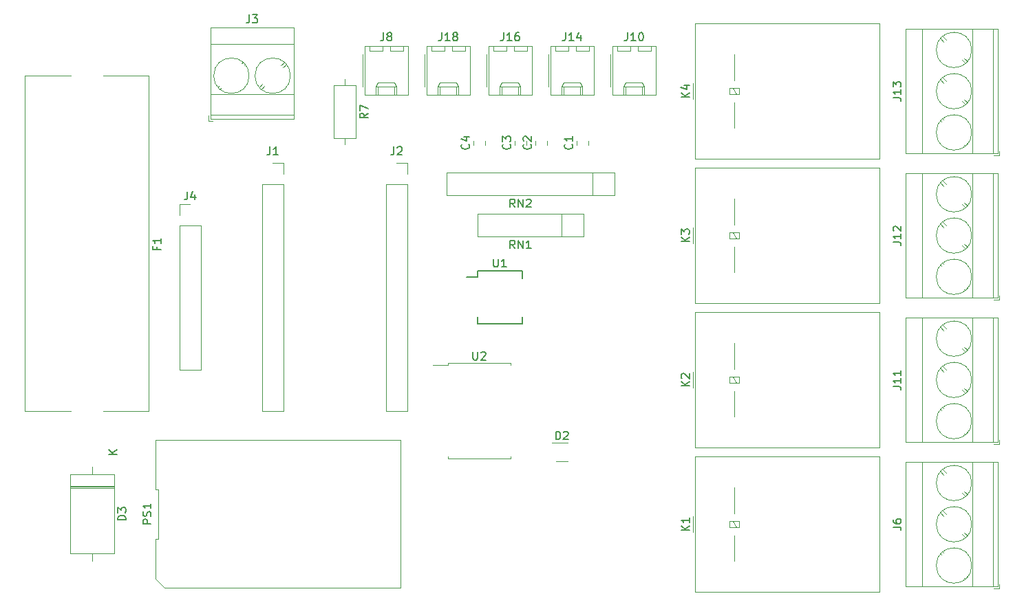
<source format=gbr>
%TF.GenerationSoftware,KiCad,Pcbnew,5.1.4+dfsg1-1*%
%TF.CreationDate,2019-12-07T14:51:34+10:00*%
%TF.ProjectId,ActuatorsExpanded,41637475-6174-46f7-9273-457870616e64,1*%
%TF.SameCoordinates,Original*%
%TF.FileFunction,Legend,Top*%
%TF.FilePolarity,Positive*%
%FSLAX46Y46*%
G04 Gerber Fmt 4.6, Leading zero omitted, Abs format (unit mm)*
G04 Created by KiCad (PCBNEW 5.1.4+dfsg1-1) date 2019-12-07 14:51:34*
%MOMM*%
%LPD*%
G04 APERTURE LIST*
%ADD10C,0.120000*%
%ADD11C,0.150000*%
G04 APERTURE END LIST*
D10*
X200545000Y-71420000D02*
X200545000Y-70920000D01*
X199805000Y-71420000D02*
X200545000Y-71420000D01*
X195937000Y-59678000D02*
X196333000Y-60073000D01*
X193291000Y-57032000D02*
X193671000Y-57412000D01*
X196219000Y-59427000D02*
X196599000Y-59807000D01*
X193557000Y-56766000D02*
X193953000Y-57161000D01*
X195937000Y-64758000D02*
X196333000Y-65153000D01*
X193291000Y-62112000D02*
X193671000Y-62492000D01*
X196219000Y-64507000D02*
X196599000Y-64887000D01*
X193557000Y-61846000D02*
X193953000Y-62241000D01*
X196226000Y-70128000D02*
X196333000Y-70234000D01*
X193291000Y-67192000D02*
X193398000Y-67299000D01*
X196492000Y-69862000D02*
X196599000Y-69968000D01*
X193557000Y-66926000D02*
X193664000Y-67033000D01*
X188985000Y-55820000D02*
X200305000Y-55820000D01*
X188985000Y-71180000D02*
X200305000Y-71180000D01*
X200305000Y-71180000D02*
X200305000Y-55820000D01*
X188985000Y-71180000D02*
X188985000Y-55820000D01*
X191045000Y-71180000D02*
X191045000Y-55820000D01*
X197245000Y-71180000D02*
X197245000Y-55820000D01*
X199745000Y-71180000D02*
X199745000Y-55820000D01*
X197125000Y-58420000D02*
G75*
G03X197125000Y-58420000I-2180000J0D01*
G01*
X197125000Y-63500000D02*
G75*
G03X197125000Y-63500000I-2180000J0D01*
G01*
X197125000Y-68580000D02*
G75*
G03X197125000Y-68580000I-2180000J0D01*
G01*
X126365000Y-72330000D02*
X127695000Y-72330000D01*
X127695000Y-72330000D02*
X127695000Y-73660000D01*
X127695000Y-74930000D02*
X127695000Y-102930000D01*
X125035000Y-102930000D02*
X127695000Y-102930000D01*
X125035000Y-74930000D02*
X125035000Y-102930000D01*
X125035000Y-74930000D02*
X127695000Y-74930000D01*
X200545000Y-124760000D02*
X200545000Y-124260000D01*
X199805000Y-124760000D02*
X200545000Y-124760000D01*
X195937000Y-113018000D02*
X196333000Y-113413000D01*
X193291000Y-110372000D02*
X193671000Y-110752000D01*
X196219000Y-112767000D02*
X196599000Y-113147000D01*
X193557000Y-110106000D02*
X193953000Y-110501000D01*
X195937000Y-118098000D02*
X196333000Y-118493000D01*
X193291000Y-115452000D02*
X193671000Y-115832000D01*
X196219000Y-117847000D02*
X196599000Y-118227000D01*
X193557000Y-115186000D02*
X193953000Y-115581000D01*
X196226000Y-123468000D02*
X196333000Y-123574000D01*
X193291000Y-120532000D02*
X193398000Y-120639000D01*
X196492000Y-123202000D02*
X196599000Y-123308000D01*
X193557000Y-120266000D02*
X193664000Y-120373000D01*
X188985000Y-109160000D02*
X200305000Y-109160000D01*
X188985000Y-124520000D02*
X200305000Y-124520000D01*
X200305000Y-124520000D02*
X200305000Y-109160000D01*
X188985000Y-124520000D02*
X188985000Y-109160000D01*
X191045000Y-124520000D02*
X191045000Y-109160000D01*
X197245000Y-124520000D02*
X197245000Y-109160000D01*
X199745000Y-124520000D02*
X199745000Y-109160000D01*
X197125000Y-111760000D02*
G75*
G03X197125000Y-111760000I-2180000J0D01*
G01*
X197125000Y-116840000D02*
G75*
G03X197125000Y-116840000I-2180000J0D01*
G01*
X197125000Y-121920000D02*
G75*
G03X197125000Y-121920000I-2180000J0D01*
G01*
X167935000Y-79930000D02*
X167935000Y-76780000D01*
X167935000Y-85780000D02*
X167935000Y-82630000D01*
X162825000Y-82280000D02*
X162825000Y-80280000D01*
X168535000Y-81630000D02*
X168535000Y-80930000D01*
X167335000Y-81630000D02*
X168535000Y-81630000D01*
X167335000Y-80930000D02*
X167335000Y-81630000D01*
X168535000Y-80930000D02*
X167335000Y-80930000D01*
X168135000Y-81630000D02*
X167735000Y-80930000D01*
X185785000Y-89630000D02*
X185785000Y-72930000D01*
X163085000Y-89630000D02*
X185785000Y-89630000D01*
X163085000Y-72930000D02*
X163085000Y-89630000D01*
X185785000Y-72930000D02*
X163085000Y-72930000D01*
X167935000Y-97710000D02*
X167935000Y-94560000D01*
X167935000Y-103560000D02*
X167935000Y-100410000D01*
X162825000Y-100060000D02*
X162825000Y-98060000D01*
X168535000Y-99410000D02*
X168535000Y-98710000D01*
X167335000Y-99410000D02*
X168535000Y-99410000D01*
X167335000Y-98710000D02*
X167335000Y-99410000D01*
X168535000Y-98710000D02*
X167335000Y-98710000D01*
X168135000Y-99410000D02*
X167735000Y-98710000D01*
X185785000Y-107410000D02*
X185785000Y-90710000D01*
X163085000Y-107410000D02*
X185785000Y-107410000D01*
X163085000Y-90710000D02*
X163085000Y-107410000D01*
X185785000Y-90710000D02*
X163085000Y-90710000D01*
X132665000Y-97230000D02*
X130850000Y-97230000D01*
X132665000Y-96985000D02*
X132665000Y-97230000D01*
X136525000Y-96985000D02*
X132665000Y-96985000D01*
X140385000Y-96985000D02*
X140385000Y-97230000D01*
X136525000Y-96985000D02*
X140385000Y-96985000D01*
X132665000Y-108755000D02*
X132665000Y-108510000D01*
X136525000Y-108755000D02*
X132665000Y-108755000D01*
X140385000Y-108755000D02*
X140385000Y-108510000D01*
X136525000Y-108755000D02*
X140385000Y-108755000D01*
D11*
X136290000Y-86425000D02*
X135015000Y-86425000D01*
X136290000Y-92175000D02*
X141840000Y-92175000D01*
X136290000Y-85625000D02*
X141840000Y-85625000D01*
X136290000Y-92175000D02*
X136290000Y-91275000D01*
X141840000Y-92175000D02*
X141840000Y-91275000D01*
X141840000Y-85625000D02*
X141840000Y-86525000D01*
X136290000Y-85625000D02*
X136290000Y-86425000D01*
D10*
X150495000Y-76330000D02*
X150495000Y-73530000D01*
X132545000Y-76330000D02*
X153205000Y-76330000D01*
X132545000Y-73530000D02*
X132545000Y-76330000D01*
X153205000Y-73530000D02*
X132545000Y-73530000D01*
X153205000Y-76330000D02*
X153205000Y-73530000D01*
X146685000Y-81410000D02*
X146685000Y-78610000D01*
X136355000Y-81410000D02*
X149395000Y-81410000D01*
X136355000Y-78610000D02*
X136355000Y-81410000D01*
X149395000Y-78610000D02*
X136355000Y-78610000D01*
X149395000Y-81410000D02*
X149395000Y-78610000D01*
X120015000Y-70080000D02*
X120015000Y-69310000D01*
X120015000Y-62000000D02*
X120015000Y-62770000D01*
X121385000Y-69310000D02*
X121385000Y-62770000D01*
X118645000Y-69310000D02*
X121385000Y-69310000D01*
X118645000Y-62770000D02*
X118645000Y-69310000D01*
X121385000Y-62770000D02*
X118645000Y-62770000D01*
X126830000Y-124690000D02*
X126830000Y-106450000D01*
X126830000Y-106450000D02*
X96690000Y-106450000D01*
X96690000Y-106450000D02*
X96690000Y-112530000D01*
X96690000Y-112530000D02*
X97050000Y-112530000D01*
X97050000Y-112530000D02*
X97050000Y-118609999D01*
X97050000Y-118609999D02*
X96690000Y-118609999D01*
X97790000Y-124690000D02*
X126830000Y-124690000D01*
X96690000Y-118609999D02*
X96690000Y-123571000D01*
X96690000Y-123571000D02*
X97790000Y-124690000D01*
X167935000Y-62150000D02*
X167935000Y-59000000D01*
X167935000Y-68000000D02*
X167935000Y-64850000D01*
X162825000Y-64500000D02*
X162825000Y-62500000D01*
X168535000Y-63850000D02*
X168535000Y-63150000D01*
X167335000Y-63850000D02*
X168535000Y-63850000D01*
X167335000Y-63150000D02*
X167335000Y-63850000D01*
X168535000Y-63150000D02*
X167335000Y-63150000D01*
X168135000Y-63850000D02*
X167735000Y-63150000D01*
X185785000Y-71850000D02*
X185785000Y-55150000D01*
X163085000Y-71850000D02*
X185785000Y-71850000D01*
X163085000Y-55150000D02*
X163085000Y-71850000D01*
X185785000Y-55150000D02*
X163085000Y-55150000D01*
X167935000Y-115490000D02*
X167935000Y-112340000D01*
X167935000Y-121340000D02*
X167935000Y-118190000D01*
X162825000Y-117840000D02*
X162825000Y-115840000D01*
X168535000Y-117190000D02*
X168535000Y-116490000D01*
X167335000Y-117190000D02*
X168535000Y-117190000D01*
X167335000Y-116490000D02*
X167335000Y-117190000D01*
X168535000Y-116490000D02*
X167335000Y-116490000D01*
X168135000Y-117190000D02*
X167735000Y-116490000D01*
X185785000Y-125190000D02*
X185785000Y-108490000D01*
X163085000Y-125190000D02*
X185785000Y-125190000D01*
X163085000Y-108490000D02*
X163085000Y-125190000D01*
X185785000Y-108490000D02*
X163085000Y-108490000D01*
X134785000Y-58530000D02*
X134785000Y-57930000D01*
X133185000Y-58530000D02*
X134785000Y-58530000D01*
X133185000Y-57930000D02*
X133185000Y-58530000D01*
X132245000Y-58530000D02*
X132245000Y-57930000D01*
X130645000Y-58530000D02*
X132245000Y-58530000D01*
X130645000Y-57930000D02*
X130645000Y-58530000D01*
X133735000Y-63950000D02*
X133735000Y-62950000D01*
X131695000Y-63950000D02*
X131695000Y-62950000D01*
X133735000Y-62420000D02*
X133985000Y-62950000D01*
X131695000Y-62420000D02*
X133735000Y-62420000D01*
X131445000Y-62950000D02*
X131695000Y-62420000D01*
X133985000Y-62950000D02*
X133985000Y-63950000D01*
X131445000Y-62950000D02*
X133985000Y-62950000D01*
X131445000Y-63950000D02*
X131445000Y-62950000D01*
X129775000Y-58960000D02*
X129775000Y-62960000D01*
X135365000Y-57930000D02*
X130065000Y-57930000D01*
X135365000Y-63950000D02*
X135365000Y-57930000D01*
X130065000Y-63950000D02*
X135365000Y-63950000D01*
X130065000Y-57930000D02*
X130065000Y-63950000D01*
X142405000Y-58530000D02*
X142405000Y-57930000D01*
X140805000Y-58530000D02*
X142405000Y-58530000D01*
X140805000Y-57930000D02*
X140805000Y-58530000D01*
X139865000Y-58530000D02*
X139865000Y-57930000D01*
X138265000Y-58530000D02*
X139865000Y-58530000D01*
X138265000Y-57930000D02*
X138265000Y-58530000D01*
X141355000Y-63950000D02*
X141355000Y-62950000D01*
X139315000Y-63950000D02*
X139315000Y-62950000D01*
X141355000Y-62420000D02*
X141605000Y-62950000D01*
X139315000Y-62420000D02*
X141355000Y-62420000D01*
X139065000Y-62950000D02*
X139315000Y-62420000D01*
X141605000Y-62950000D02*
X141605000Y-63950000D01*
X139065000Y-62950000D02*
X141605000Y-62950000D01*
X139065000Y-63950000D02*
X139065000Y-62950000D01*
X137395000Y-58960000D02*
X137395000Y-62960000D01*
X142985000Y-57930000D02*
X137685000Y-57930000D01*
X142985000Y-63950000D02*
X142985000Y-57930000D01*
X137685000Y-63950000D02*
X142985000Y-63950000D01*
X137685000Y-57930000D02*
X137685000Y-63950000D01*
X150025000Y-58530000D02*
X150025000Y-57930000D01*
X148425000Y-58530000D02*
X150025000Y-58530000D01*
X148425000Y-57930000D02*
X148425000Y-58530000D01*
X147485000Y-58530000D02*
X147485000Y-57930000D01*
X145885000Y-58530000D02*
X147485000Y-58530000D01*
X145885000Y-57930000D02*
X145885000Y-58530000D01*
X148975000Y-63950000D02*
X148975000Y-62950000D01*
X146935000Y-63950000D02*
X146935000Y-62950000D01*
X148975000Y-62420000D02*
X149225000Y-62950000D01*
X146935000Y-62420000D02*
X148975000Y-62420000D01*
X146685000Y-62950000D02*
X146935000Y-62420000D01*
X149225000Y-62950000D02*
X149225000Y-63950000D01*
X146685000Y-62950000D02*
X149225000Y-62950000D01*
X146685000Y-63950000D02*
X146685000Y-62950000D01*
X145015000Y-58960000D02*
X145015000Y-62960000D01*
X150605000Y-57930000D02*
X145305000Y-57930000D01*
X150605000Y-63950000D02*
X150605000Y-57930000D01*
X145305000Y-63950000D02*
X150605000Y-63950000D01*
X145305000Y-57930000D02*
X145305000Y-63950000D01*
X200545000Y-89200000D02*
X200545000Y-88700000D01*
X199805000Y-89200000D02*
X200545000Y-89200000D01*
X195937000Y-77458000D02*
X196333000Y-77853000D01*
X193291000Y-74812000D02*
X193671000Y-75192000D01*
X196219000Y-77207000D02*
X196599000Y-77587000D01*
X193557000Y-74546000D02*
X193953000Y-74941000D01*
X195937000Y-82538000D02*
X196333000Y-82933000D01*
X193291000Y-79892000D02*
X193671000Y-80272000D01*
X196219000Y-82287000D02*
X196599000Y-82667000D01*
X193557000Y-79626000D02*
X193953000Y-80021000D01*
X196226000Y-87908000D02*
X196333000Y-88014000D01*
X193291000Y-84972000D02*
X193398000Y-85079000D01*
X196492000Y-87642000D02*
X196599000Y-87748000D01*
X193557000Y-84706000D02*
X193664000Y-84813000D01*
X188985000Y-73600000D02*
X200305000Y-73600000D01*
X188985000Y-88960000D02*
X200305000Y-88960000D01*
X200305000Y-88960000D02*
X200305000Y-73600000D01*
X188985000Y-88960000D02*
X188985000Y-73600000D01*
X191045000Y-88960000D02*
X191045000Y-73600000D01*
X197245000Y-88960000D02*
X197245000Y-73600000D01*
X199745000Y-88960000D02*
X199745000Y-73600000D01*
X197125000Y-76200000D02*
G75*
G03X197125000Y-76200000I-2180000J0D01*
G01*
X197125000Y-81280000D02*
G75*
G03X197125000Y-81280000I-2180000J0D01*
G01*
X197125000Y-86360000D02*
G75*
G03X197125000Y-86360000I-2180000J0D01*
G01*
X200545000Y-106980000D02*
X200545000Y-106480000D01*
X199805000Y-106980000D02*
X200545000Y-106980000D01*
X195937000Y-95238000D02*
X196333000Y-95633000D01*
X193291000Y-92592000D02*
X193671000Y-92972000D01*
X196219000Y-94987000D02*
X196599000Y-95367000D01*
X193557000Y-92326000D02*
X193953000Y-92721000D01*
X195937000Y-100318000D02*
X196333000Y-100713000D01*
X193291000Y-97672000D02*
X193671000Y-98052000D01*
X196219000Y-100067000D02*
X196599000Y-100447000D01*
X193557000Y-97406000D02*
X193953000Y-97801000D01*
X196226000Y-105688000D02*
X196333000Y-105794000D01*
X193291000Y-102752000D02*
X193398000Y-102859000D01*
X196492000Y-105422000D02*
X196599000Y-105528000D01*
X193557000Y-102486000D02*
X193664000Y-102593000D01*
X188985000Y-91380000D02*
X200305000Y-91380000D01*
X188985000Y-106740000D02*
X200305000Y-106740000D01*
X200305000Y-106740000D02*
X200305000Y-91380000D01*
X188985000Y-106740000D02*
X188985000Y-91380000D01*
X191045000Y-106740000D02*
X191045000Y-91380000D01*
X197245000Y-106740000D02*
X197245000Y-91380000D01*
X199745000Y-106740000D02*
X199745000Y-91380000D01*
X197125000Y-93980000D02*
G75*
G03X197125000Y-93980000I-2180000J0D01*
G01*
X197125000Y-99060000D02*
G75*
G03X197125000Y-99060000I-2180000J0D01*
G01*
X197125000Y-104140000D02*
G75*
G03X197125000Y-104140000I-2180000J0D01*
G01*
X157645000Y-58530000D02*
X157645000Y-57930000D01*
X156045000Y-58530000D02*
X157645000Y-58530000D01*
X156045000Y-57930000D02*
X156045000Y-58530000D01*
X155105000Y-58530000D02*
X155105000Y-57930000D01*
X153505000Y-58530000D02*
X155105000Y-58530000D01*
X153505000Y-57930000D02*
X153505000Y-58530000D01*
X156595000Y-63950000D02*
X156595000Y-62950000D01*
X154555000Y-63950000D02*
X154555000Y-62950000D01*
X156595000Y-62420000D02*
X156845000Y-62950000D01*
X154555000Y-62420000D02*
X156595000Y-62420000D01*
X154305000Y-62950000D02*
X154555000Y-62420000D01*
X156845000Y-62950000D02*
X156845000Y-63950000D01*
X154305000Y-62950000D02*
X156845000Y-62950000D01*
X154305000Y-63950000D02*
X154305000Y-62950000D01*
X152635000Y-58960000D02*
X152635000Y-62960000D01*
X158225000Y-57930000D02*
X152925000Y-57930000D01*
X158225000Y-63950000D02*
X158225000Y-57930000D01*
X152925000Y-63950000D02*
X158225000Y-63950000D01*
X152925000Y-57930000D02*
X152925000Y-63950000D01*
X127165000Y-58530000D02*
X127165000Y-57930000D01*
X125565000Y-58530000D02*
X127165000Y-58530000D01*
X125565000Y-57930000D02*
X125565000Y-58530000D01*
X124625000Y-58530000D02*
X124625000Y-57930000D01*
X123025000Y-58530000D02*
X124625000Y-58530000D01*
X123025000Y-57930000D02*
X123025000Y-58530000D01*
X126115000Y-63950000D02*
X126115000Y-62950000D01*
X124075000Y-63950000D02*
X124075000Y-62950000D01*
X126115000Y-62420000D02*
X126365000Y-62950000D01*
X124075000Y-62420000D02*
X126115000Y-62420000D01*
X123825000Y-62950000D02*
X124075000Y-62420000D01*
X126365000Y-62950000D02*
X126365000Y-63950000D01*
X123825000Y-62950000D02*
X126365000Y-62950000D01*
X123825000Y-63950000D02*
X123825000Y-62950000D01*
X122155000Y-58960000D02*
X122155000Y-62960000D01*
X127745000Y-57930000D02*
X122445000Y-57930000D01*
X127745000Y-63950000D02*
X127745000Y-57930000D01*
X122445000Y-63950000D02*
X127745000Y-63950000D01*
X122445000Y-57930000D02*
X122445000Y-63950000D01*
X99635000Y-77410000D02*
X100965000Y-77410000D01*
X99635000Y-78740000D02*
X99635000Y-77410000D01*
X99635000Y-80010000D02*
X102295000Y-80010000D01*
X102295000Y-80010000D02*
X102295000Y-97850000D01*
X99635000Y-80010000D02*
X99635000Y-97850000D01*
X99635000Y-97850000D02*
X102295000Y-97850000D01*
X103205000Y-67195000D02*
X103705000Y-67195000D01*
X103205000Y-66455000D02*
X103205000Y-67195000D01*
X109867000Y-62587000D02*
X109472000Y-62983000D01*
X112513000Y-59941000D02*
X112133000Y-60321000D01*
X110118000Y-62869000D02*
X109738000Y-63249000D01*
X112779000Y-60207000D02*
X112384000Y-60603000D01*
X104497000Y-62876000D02*
X104391000Y-62983000D01*
X107433000Y-59941000D02*
X107326000Y-60048000D01*
X104763000Y-63142000D02*
X104657000Y-63249000D01*
X107699000Y-60207000D02*
X107592000Y-60314000D01*
X113725000Y-55635000D02*
X113725000Y-66955000D01*
X103445000Y-55635000D02*
X103445000Y-66955000D01*
X103445000Y-66955000D02*
X113725000Y-66955000D01*
X103445000Y-55635000D02*
X113725000Y-55635000D01*
X103445000Y-57695000D02*
X113725000Y-57695000D01*
X103445000Y-63895000D02*
X113725000Y-63895000D01*
X103445000Y-66395000D02*
X113725000Y-66395000D01*
X113305000Y-61595000D02*
G75*
G03X113305000Y-61595000I-2180000J0D01*
G01*
X108225000Y-61595000D02*
G75*
G03X108225000Y-61595000I-2180000J0D01*
G01*
X111125000Y-72330000D02*
X112455000Y-72330000D01*
X112455000Y-72330000D02*
X112455000Y-73660000D01*
X112455000Y-74930000D02*
X112455000Y-102930000D01*
X109795000Y-102930000D02*
X112455000Y-102930000D01*
X109795000Y-74930000D02*
X109795000Y-102930000D01*
X109795000Y-74930000D02*
X112455000Y-74930000D01*
X95895000Y-61620000D02*
X95895000Y-102880000D01*
X80635000Y-102880000D02*
X80635000Y-61620000D01*
X95895000Y-102880000D02*
X90265000Y-102880000D01*
X86265000Y-102880000D02*
X80635000Y-102880000D01*
X95895000Y-61620000D02*
X90265000Y-61620000D01*
X86265000Y-61620000D02*
X80635000Y-61620000D01*
X91620000Y-112125000D02*
X86180000Y-112125000D01*
X91620000Y-112365000D02*
X86180000Y-112365000D01*
X91620000Y-112245000D02*
X86180000Y-112245000D01*
X88900000Y-121350000D02*
X88900000Y-120440000D01*
X88900000Y-109790000D02*
X88900000Y-110700000D01*
X91620000Y-120440000D02*
X91620000Y-110700000D01*
X86180000Y-120440000D02*
X91620000Y-120440000D01*
X86180000Y-110700000D02*
X86180000Y-120440000D01*
X91620000Y-110700000D02*
X86180000Y-110700000D01*
X145985000Y-109110000D02*
X147385000Y-109110000D01*
X147385000Y-106790000D02*
X145485000Y-106790000D01*
X137235000Y-70108578D02*
X137235000Y-69591422D01*
X135815000Y-70108578D02*
X135815000Y-69591422D01*
X142315000Y-70108578D02*
X142315000Y-69591422D01*
X140895000Y-70108578D02*
X140895000Y-69591422D01*
X144855000Y-70108578D02*
X144855000Y-69591422D01*
X143435000Y-70108578D02*
X143435000Y-69591422D01*
X149935000Y-70108578D02*
X149935000Y-69591422D01*
X148515000Y-70108578D02*
X148515000Y-69591422D01*
D11*
X187437380Y-64309523D02*
X188151666Y-64309523D01*
X188294523Y-64357142D01*
X188389761Y-64452380D01*
X188437380Y-64595238D01*
X188437380Y-64690476D01*
X188437380Y-63309523D02*
X188437380Y-63880952D01*
X188437380Y-63595238D02*
X187437380Y-63595238D01*
X187580238Y-63690476D01*
X187675476Y-63785714D01*
X187723095Y-63880952D01*
X187437380Y-62976190D02*
X187437380Y-62357142D01*
X187818333Y-62690476D01*
X187818333Y-62547619D01*
X187865952Y-62452380D01*
X187913571Y-62404761D01*
X188008809Y-62357142D01*
X188246904Y-62357142D01*
X188342142Y-62404761D01*
X188389761Y-62452380D01*
X188437380Y-62547619D01*
X188437380Y-62833333D01*
X188389761Y-62928571D01*
X188342142Y-62976190D01*
X126031666Y-70342380D02*
X126031666Y-71056666D01*
X125984047Y-71199523D01*
X125888809Y-71294761D01*
X125745952Y-71342380D01*
X125650714Y-71342380D01*
X126460238Y-70437619D02*
X126507857Y-70390000D01*
X126603095Y-70342380D01*
X126841190Y-70342380D01*
X126936428Y-70390000D01*
X126984047Y-70437619D01*
X127031666Y-70532857D01*
X127031666Y-70628095D01*
X126984047Y-70770952D01*
X126412619Y-71342380D01*
X127031666Y-71342380D01*
X187437380Y-117173333D02*
X188151666Y-117173333D01*
X188294523Y-117220952D01*
X188389761Y-117316190D01*
X188437380Y-117459047D01*
X188437380Y-117554285D01*
X187437380Y-116268571D02*
X187437380Y-116459047D01*
X187485000Y-116554285D01*
X187532619Y-116601904D01*
X187675476Y-116697142D01*
X187865952Y-116744761D01*
X188246904Y-116744761D01*
X188342142Y-116697142D01*
X188389761Y-116649523D01*
X188437380Y-116554285D01*
X188437380Y-116363809D01*
X188389761Y-116268571D01*
X188342142Y-116220952D01*
X188246904Y-116173333D01*
X188008809Y-116173333D01*
X187913571Y-116220952D01*
X187865952Y-116268571D01*
X187818333Y-116363809D01*
X187818333Y-116554285D01*
X187865952Y-116649523D01*
X187913571Y-116697142D01*
X188008809Y-116744761D01*
X162387380Y-82018095D02*
X161387380Y-82018095D01*
X162387380Y-81446666D02*
X161815952Y-81875238D01*
X161387380Y-81446666D02*
X161958809Y-82018095D01*
X161387380Y-81113333D02*
X161387380Y-80494285D01*
X161768333Y-80827619D01*
X161768333Y-80684761D01*
X161815952Y-80589523D01*
X161863571Y-80541904D01*
X161958809Y-80494285D01*
X162196904Y-80494285D01*
X162292142Y-80541904D01*
X162339761Y-80589523D01*
X162387380Y-80684761D01*
X162387380Y-80970476D01*
X162339761Y-81065714D01*
X162292142Y-81113333D01*
X162387380Y-99798095D02*
X161387380Y-99798095D01*
X162387380Y-99226666D02*
X161815952Y-99655238D01*
X161387380Y-99226666D02*
X161958809Y-99798095D01*
X161482619Y-98845714D02*
X161435000Y-98798095D01*
X161387380Y-98702857D01*
X161387380Y-98464761D01*
X161435000Y-98369523D01*
X161482619Y-98321904D01*
X161577857Y-98274285D01*
X161673095Y-98274285D01*
X161815952Y-98321904D01*
X162387380Y-98893333D01*
X162387380Y-98274285D01*
X135763095Y-95602380D02*
X135763095Y-96411904D01*
X135810714Y-96507142D01*
X135858333Y-96554761D01*
X135953571Y-96602380D01*
X136144047Y-96602380D01*
X136239285Y-96554761D01*
X136286904Y-96507142D01*
X136334523Y-96411904D01*
X136334523Y-95602380D01*
X136763095Y-95697619D02*
X136810714Y-95650000D01*
X136905952Y-95602380D01*
X137144047Y-95602380D01*
X137239285Y-95650000D01*
X137286904Y-95697619D01*
X137334523Y-95792857D01*
X137334523Y-95888095D01*
X137286904Y-96030952D01*
X136715476Y-96602380D01*
X137334523Y-96602380D01*
X138303095Y-84152380D02*
X138303095Y-84961904D01*
X138350714Y-85057142D01*
X138398333Y-85104761D01*
X138493571Y-85152380D01*
X138684047Y-85152380D01*
X138779285Y-85104761D01*
X138826904Y-85057142D01*
X138874523Y-84961904D01*
X138874523Y-84152380D01*
X139874523Y-85152380D02*
X139303095Y-85152380D01*
X139588809Y-85152380D02*
X139588809Y-84152380D01*
X139493571Y-84295238D01*
X139398333Y-84390476D01*
X139303095Y-84438095D01*
X140914523Y-77782380D02*
X140581190Y-77306190D01*
X140343095Y-77782380D02*
X140343095Y-76782380D01*
X140724047Y-76782380D01*
X140819285Y-76830000D01*
X140866904Y-76877619D01*
X140914523Y-76972857D01*
X140914523Y-77115714D01*
X140866904Y-77210952D01*
X140819285Y-77258571D01*
X140724047Y-77306190D01*
X140343095Y-77306190D01*
X141343095Y-77782380D02*
X141343095Y-76782380D01*
X141914523Y-77782380D01*
X141914523Y-76782380D01*
X142343095Y-76877619D02*
X142390714Y-76830000D01*
X142485952Y-76782380D01*
X142724047Y-76782380D01*
X142819285Y-76830000D01*
X142866904Y-76877619D01*
X142914523Y-76972857D01*
X142914523Y-77068095D01*
X142866904Y-77210952D01*
X142295476Y-77782380D01*
X142914523Y-77782380D01*
X140914523Y-82862380D02*
X140581190Y-82386190D01*
X140343095Y-82862380D02*
X140343095Y-81862380D01*
X140724047Y-81862380D01*
X140819285Y-81910000D01*
X140866904Y-81957619D01*
X140914523Y-82052857D01*
X140914523Y-82195714D01*
X140866904Y-82290952D01*
X140819285Y-82338571D01*
X140724047Y-82386190D01*
X140343095Y-82386190D01*
X141343095Y-82862380D02*
X141343095Y-81862380D01*
X141914523Y-82862380D01*
X141914523Y-81862380D01*
X142914523Y-82862380D02*
X142343095Y-82862380D01*
X142628809Y-82862380D02*
X142628809Y-81862380D01*
X142533571Y-82005238D01*
X142438333Y-82100476D01*
X142343095Y-82148095D01*
X122837380Y-66206666D02*
X122361190Y-66540000D01*
X122837380Y-66778095D02*
X121837380Y-66778095D01*
X121837380Y-66397142D01*
X121885000Y-66301904D01*
X121932619Y-66254285D01*
X122027857Y-66206666D01*
X122170714Y-66206666D01*
X122265952Y-66254285D01*
X122313571Y-66301904D01*
X122361190Y-66397142D01*
X122361190Y-66778095D01*
X121837380Y-65873333D02*
X121837380Y-65206666D01*
X122837380Y-65635238D01*
X96142380Y-116784285D02*
X95142380Y-116784285D01*
X95142380Y-116403333D01*
X95190000Y-116308095D01*
X95237619Y-116260476D01*
X95332857Y-116212857D01*
X95475714Y-116212857D01*
X95570952Y-116260476D01*
X95618571Y-116308095D01*
X95666190Y-116403333D01*
X95666190Y-116784285D01*
X96094761Y-115831904D02*
X96142380Y-115689047D01*
X96142380Y-115450952D01*
X96094761Y-115355714D01*
X96047142Y-115308095D01*
X95951904Y-115260476D01*
X95856666Y-115260476D01*
X95761428Y-115308095D01*
X95713809Y-115355714D01*
X95666190Y-115450952D01*
X95618571Y-115641428D01*
X95570952Y-115736666D01*
X95523333Y-115784285D01*
X95428095Y-115831904D01*
X95332857Y-115831904D01*
X95237619Y-115784285D01*
X95190000Y-115736666D01*
X95142380Y-115641428D01*
X95142380Y-115403333D01*
X95190000Y-115260476D01*
X96142380Y-114308095D02*
X96142380Y-114879523D01*
X96142380Y-114593809D02*
X95142380Y-114593809D01*
X95285238Y-114689047D01*
X95380476Y-114784285D01*
X95428095Y-114879523D01*
X162387380Y-64238095D02*
X161387380Y-64238095D01*
X162387380Y-63666666D02*
X161815952Y-64095238D01*
X161387380Y-63666666D02*
X161958809Y-64238095D01*
X161720714Y-62809523D02*
X162387380Y-62809523D01*
X161339761Y-63047619D02*
X162054047Y-63285714D01*
X162054047Y-62666666D01*
X162387380Y-117578095D02*
X161387380Y-117578095D01*
X162387380Y-117006666D02*
X161815952Y-117435238D01*
X161387380Y-117006666D02*
X161958809Y-117578095D01*
X162387380Y-116054285D02*
X162387380Y-116625714D01*
X162387380Y-116340000D02*
X161387380Y-116340000D01*
X161530238Y-116435238D01*
X161625476Y-116530476D01*
X161673095Y-116625714D01*
X131905476Y-56292380D02*
X131905476Y-57006666D01*
X131857857Y-57149523D01*
X131762619Y-57244761D01*
X131619761Y-57292380D01*
X131524523Y-57292380D01*
X132905476Y-57292380D02*
X132334047Y-57292380D01*
X132619761Y-57292380D02*
X132619761Y-56292380D01*
X132524523Y-56435238D01*
X132429285Y-56530476D01*
X132334047Y-56578095D01*
X133476904Y-56720952D02*
X133381666Y-56673333D01*
X133334047Y-56625714D01*
X133286428Y-56530476D01*
X133286428Y-56482857D01*
X133334047Y-56387619D01*
X133381666Y-56340000D01*
X133476904Y-56292380D01*
X133667380Y-56292380D01*
X133762619Y-56340000D01*
X133810238Y-56387619D01*
X133857857Y-56482857D01*
X133857857Y-56530476D01*
X133810238Y-56625714D01*
X133762619Y-56673333D01*
X133667380Y-56720952D01*
X133476904Y-56720952D01*
X133381666Y-56768571D01*
X133334047Y-56816190D01*
X133286428Y-56911428D01*
X133286428Y-57101904D01*
X133334047Y-57197142D01*
X133381666Y-57244761D01*
X133476904Y-57292380D01*
X133667380Y-57292380D01*
X133762619Y-57244761D01*
X133810238Y-57197142D01*
X133857857Y-57101904D01*
X133857857Y-56911428D01*
X133810238Y-56816190D01*
X133762619Y-56768571D01*
X133667380Y-56720952D01*
X139525476Y-56292380D02*
X139525476Y-57006666D01*
X139477857Y-57149523D01*
X139382619Y-57244761D01*
X139239761Y-57292380D01*
X139144523Y-57292380D01*
X140525476Y-57292380D02*
X139954047Y-57292380D01*
X140239761Y-57292380D02*
X140239761Y-56292380D01*
X140144523Y-56435238D01*
X140049285Y-56530476D01*
X139954047Y-56578095D01*
X141382619Y-56292380D02*
X141192142Y-56292380D01*
X141096904Y-56340000D01*
X141049285Y-56387619D01*
X140954047Y-56530476D01*
X140906428Y-56720952D01*
X140906428Y-57101904D01*
X140954047Y-57197142D01*
X141001666Y-57244761D01*
X141096904Y-57292380D01*
X141287380Y-57292380D01*
X141382619Y-57244761D01*
X141430238Y-57197142D01*
X141477857Y-57101904D01*
X141477857Y-56863809D01*
X141430238Y-56768571D01*
X141382619Y-56720952D01*
X141287380Y-56673333D01*
X141096904Y-56673333D01*
X141001666Y-56720952D01*
X140954047Y-56768571D01*
X140906428Y-56863809D01*
X147145476Y-56292380D02*
X147145476Y-57006666D01*
X147097857Y-57149523D01*
X147002619Y-57244761D01*
X146859761Y-57292380D01*
X146764523Y-57292380D01*
X148145476Y-57292380D02*
X147574047Y-57292380D01*
X147859761Y-57292380D02*
X147859761Y-56292380D01*
X147764523Y-56435238D01*
X147669285Y-56530476D01*
X147574047Y-56578095D01*
X149002619Y-56625714D02*
X149002619Y-57292380D01*
X148764523Y-56244761D02*
X148526428Y-56959047D01*
X149145476Y-56959047D01*
X187437380Y-82089523D02*
X188151666Y-82089523D01*
X188294523Y-82137142D01*
X188389761Y-82232380D01*
X188437380Y-82375238D01*
X188437380Y-82470476D01*
X188437380Y-81089523D02*
X188437380Y-81660952D01*
X188437380Y-81375238D02*
X187437380Y-81375238D01*
X187580238Y-81470476D01*
X187675476Y-81565714D01*
X187723095Y-81660952D01*
X187532619Y-80708571D02*
X187485000Y-80660952D01*
X187437380Y-80565714D01*
X187437380Y-80327619D01*
X187485000Y-80232380D01*
X187532619Y-80184761D01*
X187627857Y-80137142D01*
X187723095Y-80137142D01*
X187865952Y-80184761D01*
X188437380Y-80756190D01*
X188437380Y-80137142D01*
X187437380Y-99869523D02*
X188151666Y-99869523D01*
X188294523Y-99917142D01*
X188389761Y-100012380D01*
X188437380Y-100155238D01*
X188437380Y-100250476D01*
X188437380Y-98869523D02*
X188437380Y-99440952D01*
X188437380Y-99155238D02*
X187437380Y-99155238D01*
X187580238Y-99250476D01*
X187675476Y-99345714D01*
X187723095Y-99440952D01*
X188437380Y-97917142D02*
X188437380Y-98488571D01*
X188437380Y-98202857D02*
X187437380Y-98202857D01*
X187580238Y-98298095D01*
X187675476Y-98393333D01*
X187723095Y-98488571D01*
X154765476Y-56292380D02*
X154765476Y-57006666D01*
X154717857Y-57149523D01*
X154622619Y-57244761D01*
X154479761Y-57292380D01*
X154384523Y-57292380D01*
X155765476Y-57292380D02*
X155194047Y-57292380D01*
X155479761Y-57292380D02*
X155479761Y-56292380D01*
X155384523Y-56435238D01*
X155289285Y-56530476D01*
X155194047Y-56578095D01*
X156384523Y-56292380D02*
X156479761Y-56292380D01*
X156575000Y-56340000D01*
X156622619Y-56387619D01*
X156670238Y-56482857D01*
X156717857Y-56673333D01*
X156717857Y-56911428D01*
X156670238Y-57101904D01*
X156622619Y-57197142D01*
X156575000Y-57244761D01*
X156479761Y-57292380D01*
X156384523Y-57292380D01*
X156289285Y-57244761D01*
X156241666Y-57197142D01*
X156194047Y-57101904D01*
X156146428Y-56911428D01*
X156146428Y-56673333D01*
X156194047Y-56482857D01*
X156241666Y-56387619D01*
X156289285Y-56340000D01*
X156384523Y-56292380D01*
X124761666Y-56292380D02*
X124761666Y-57006666D01*
X124714047Y-57149523D01*
X124618809Y-57244761D01*
X124475952Y-57292380D01*
X124380714Y-57292380D01*
X125380714Y-56720952D02*
X125285476Y-56673333D01*
X125237857Y-56625714D01*
X125190238Y-56530476D01*
X125190238Y-56482857D01*
X125237857Y-56387619D01*
X125285476Y-56340000D01*
X125380714Y-56292380D01*
X125571190Y-56292380D01*
X125666428Y-56340000D01*
X125714047Y-56387619D01*
X125761666Y-56482857D01*
X125761666Y-56530476D01*
X125714047Y-56625714D01*
X125666428Y-56673333D01*
X125571190Y-56720952D01*
X125380714Y-56720952D01*
X125285476Y-56768571D01*
X125237857Y-56816190D01*
X125190238Y-56911428D01*
X125190238Y-57101904D01*
X125237857Y-57197142D01*
X125285476Y-57244761D01*
X125380714Y-57292380D01*
X125571190Y-57292380D01*
X125666428Y-57244761D01*
X125714047Y-57197142D01*
X125761666Y-57101904D01*
X125761666Y-56911428D01*
X125714047Y-56816190D01*
X125666428Y-56768571D01*
X125571190Y-56720952D01*
X100631666Y-75862380D02*
X100631666Y-76576666D01*
X100584047Y-76719523D01*
X100488809Y-76814761D01*
X100345952Y-76862380D01*
X100250714Y-76862380D01*
X101536428Y-76195714D02*
X101536428Y-76862380D01*
X101298333Y-75814761D02*
X101060238Y-76529047D01*
X101679285Y-76529047D01*
X108251666Y-54087380D02*
X108251666Y-54801666D01*
X108204047Y-54944523D01*
X108108809Y-55039761D01*
X107965952Y-55087380D01*
X107870714Y-55087380D01*
X108632619Y-54087380D02*
X109251666Y-54087380D01*
X108918333Y-54468333D01*
X109061190Y-54468333D01*
X109156428Y-54515952D01*
X109204047Y-54563571D01*
X109251666Y-54658809D01*
X109251666Y-54896904D01*
X109204047Y-54992142D01*
X109156428Y-55039761D01*
X109061190Y-55087380D01*
X108775476Y-55087380D01*
X108680238Y-55039761D01*
X108632619Y-54992142D01*
X110791666Y-70342380D02*
X110791666Y-71056666D01*
X110744047Y-71199523D01*
X110648809Y-71294761D01*
X110505952Y-71342380D01*
X110410714Y-71342380D01*
X111791666Y-71342380D02*
X111220238Y-71342380D01*
X111505952Y-71342380D02*
X111505952Y-70342380D01*
X111410714Y-70485238D01*
X111315476Y-70580476D01*
X111220238Y-70628095D01*
X96843571Y-82683333D02*
X96843571Y-83016666D01*
X97367380Y-83016666D02*
X96367380Y-83016666D01*
X96367380Y-82540476D01*
X97367380Y-81635714D02*
X97367380Y-82207142D01*
X97367380Y-81921428D02*
X96367380Y-81921428D01*
X96510238Y-82016666D01*
X96605476Y-82111904D01*
X96653095Y-82207142D01*
X93072380Y-116308095D02*
X92072380Y-116308095D01*
X92072380Y-116070000D01*
X92120000Y-115927142D01*
X92215238Y-115831904D01*
X92310476Y-115784285D01*
X92500952Y-115736666D01*
X92643809Y-115736666D01*
X92834285Y-115784285D01*
X92929523Y-115831904D01*
X93024761Y-115927142D01*
X93072380Y-116070000D01*
X93072380Y-116308095D01*
X92072380Y-115403333D02*
X92072380Y-114784285D01*
X92453333Y-115117619D01*
X92453333Y-114974761D01*
X92500952Y-114879523D01*
X92548571Y-114831904D01*
X92643809Y-114784285D01*
X92881904Y-114784285D01*
X92977142Y-114831904D01*
X93024761Y-114879523D01*
X93072380Y-114974761D01*
X93072380Y-115260476D01*
X93024761Y-115355714D01*
X92977142Y-115403333D01*
X91952380Y-108211904D02*
X90952380Y-108211904D01*
X91952380Y-107640476D02*
X91380952Y-108069047D01*
X90952380Y-107640476D02*
X91523809Y-108211904D01*
X145946904Y-106402380D02*
X145946904Y-105402380D01*
X146185000Y-105402380D01*
X146327857Y-105450000D01*
X146423095Y-105545238D01*
X146470714Y-105640476D01*
X146518333Y-105830952D01*
X146518333Y-105973809D01*
X146470714Y-106164285D01*
X146423095Y-106259523D01*
X146327857Y-106354761D01*
X146185000Y-106402380D01*
X145946904Y-106402380D01*
X146899285Y-105497619D02*
X146946904Y-105450000D01*
X147042142Y-105402380D01*
X147280238Y-105402380D01*
X147375476Y-105450000D01*
X147423095Y-105497619D01*
X147470714Y-105592857D01*
X147470714Y-105688095D01*
X147423095Y-105830952D01*
X146851666Y-106402380D01*
X147470714Y-106402380D01*
X135232142Y-70016666D02*
X135279761Y-70064285D01*
X135327380Y-70207142D01*
X135327380Y-70302380D01*
X135279761Y-70445238D01*
X135184523Y-70540476D01*
X135089285Y-70588095D01*
X134898809Y-70635714D01*
X134755952Y-70635714D01*
X134565476Y-70588095D01*
X134470238Y-70540476D01*
X134375000Y-70445238D01*
X134327380Y-70302380D01*
X134327380Y-70207142D01*
X134375000Y-70064285D01*
X134422619Y-70016666D01*
X134660714Y-69159523D02*
X135327380Y-69159523D01*
X134279761Y-69397619D02*
X134994047Y-69635714D01*
X134994047Y-69016666D01*
X140312142Y-70016666D02*
X140359761Y-70064285D01*
X140407380Y-70207142D01*
X140407380Y-70302380D01*
X140359761Y-70445238D01*
X140264523Y-70540476D01*
X140169285Y-70588095D01*
X139978809Y-70635714D01*
X139835952Y-70635714D01*
X139645476Y-70588095D01*
X139550238Y-70540476D01*
X139455000Y-70445238D01*
X139407380Y-70302380D01*
X139407380Y-70207142D01*
X139455000Y-70064285D01*
X139502619Y-70016666D01*
X139407380Y-69683333D02*
X139407380Y-69064285D01*
X139788333Y-69397619D01*
X139788333Y-69254761D01*
X139835952Y-69159523D01*
X139883571Y-69111904D01*
X139978809Y-69064285D01*
X140216904Y-69064285D01*
X140312142Y-69111904D01*
X140359761Y-69159523D01*
X140407380Y-69254761D01*
X140407380Y-69540476D01*
X140359761Y-69635714D01*
X140312142Y-69683333D01*
X142852142Y-70016666D02*
X142899761Y-70064285D01*
X142947380Y-70207142D01*
X142947380Y-70302380D01*
X142899761Y-70445238D01*
X142804523Y-70540476D01*
X142709285Y-70588095D01*
X142518809Y-70635714D01*
X142375952Y-70635714D01*
X142185476Y-70588095D01*
X142090238Y-70540476D01*
X141995000Y-70445238D01*
X141947380Y-70302380D01*
X141947380Y-70207142D01*
X141995000Y-70064285D01*
X142042619Y-70016666D01*
X142042619Y-69635714D02*
X141995000Y-69588095D01*
X141947380Y-69492857D01*
X141947380Y-69254761D01*
X141995000Y-69159523D01*
X142042619Y-69111904D01*
X142137857Y-69064285D01*
X142233095Y-69064285D01*
X142375952Y-69111904D01*
X142947380Y-69683333D01*
X142947380Y-69064285D01*
X147932142Y-70016666D02*
X147979761Y-70064285D01*
X148027380Y-70207142D01*
X148027380Y-70302380D01*
X147979761Y-70445238D01*
X147884523Y-70540476D01*
X147789285Y-70588095D01*
X147598809Y-70635714D01*
X147455952Y-70635714D01*
X147265476Y-70588095D01*
X147170238Y-70540476D01*
X147075000Y-70445238D01*
X147027380Y-70302380D01*
X147027380Y-70207142D01*
X147075000Y-70064285D01*
X147122619Y-70016666D01*
X148027380Y-69064285D02*
X148027380Y-69635714D01*
X148027380Y-69350000D02*
X147027380Y-69350000D01*
X147170238Y-69445238D01*
X147265476Y-69540476D01*
X147313095Y-69635714D01*
M02*

</source>
